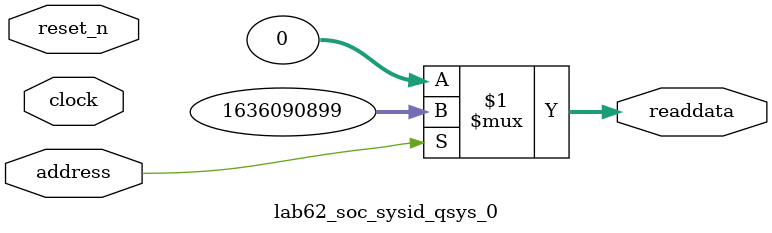
<source format=v>



// synthesis translate_off
`timescale 1ns / 1ps
// synthesis translate_on

// turn off superfluous verilog processor warnings 
// altera message_level Level1 
// altera message_off 10034 10035 10036 10037 10230 10240 10030 

module lab62_soc_sysid_qsys_0 (
               // inputs:
                address,
                clock,
                reset_n,

               // outputs:
                readdata
             )
;

  output  [ 31: 0] readdata;
  input            address;
  input            clock;
  input            reset_n;

  wire    [ 31: 0] readdata;
  //control_slave, which is an e_avalon_slave
  assign readdata = address ? 1636090899 : 0;

endmodule



</source>
